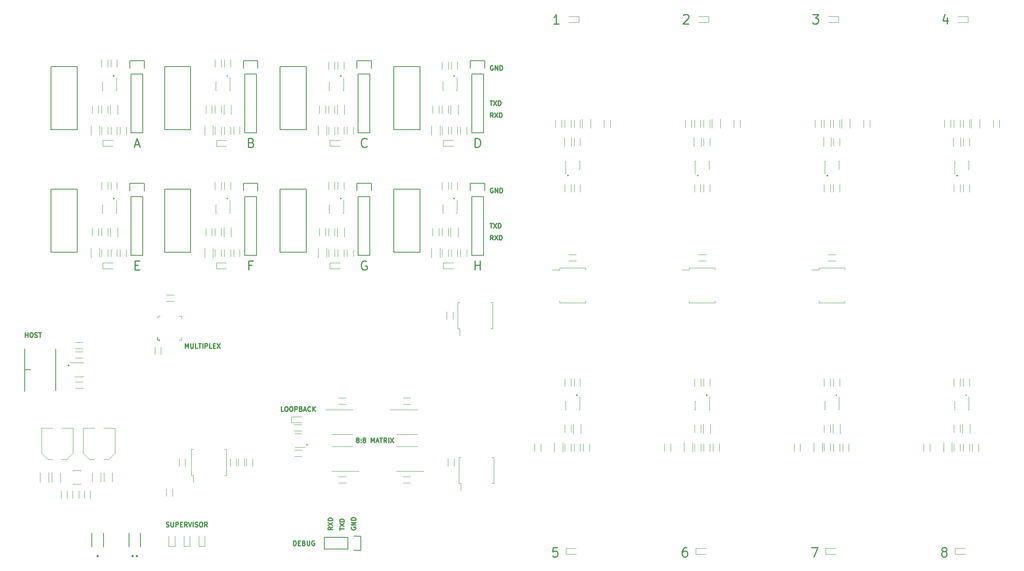
<source format=gbr>
G04 #@! TF.GenerationSoftware,KiCad,Pcbnew,5.1.2*
G04 #@! TF.CreationDate,2020-06-11T23:37:28+09:30*
G04 #@! TF.ProjectId,hardware,68617264-7761-4726-952e-6b696361645f,1.0.0*
G04 #@! TF.SameCoordinates,Original*
G04 #@! TF.FileFunction,Legend,Top*
G04 #@! TF.FilePolarity,Positive*
%FSLAX46Y46*%
G04 Gerber Fmt 4.6, Leading zero omitted, Abs format (unit mm)*
G04 Created by KiCad (PCBNEW 5.1.2) date 2020-06-11 23:37:28*
%MOMM*%
%LPD*%
G04 APERTURE LIST*
%ADD10C,0.250000*%
%ADD11C,0.300000*%
%ADD12C,0.120000*%
%ADD13C,0.150000*%
%ADD14C,0.200000*%
G04 APERTURE END LIST*
D10*
X113014285Y-123380952D02*
X112919047Y-123333333D01*
X112871428Y-123285714D01*
X112823809Y-123190476D01*
X112823809Y-123142857D01*
X112871428Y-123047619D01*
X112919047Y-123000000D01*
X113014285Y-122952380D01*
X113204761Y-122952380D01*
X113300000Y-123000000D01*
X113347619Y-123047619D01*
X113395238Y-123142857D01*
X113395238Y-123190476D01*
X113347619Y-123285714D01*
X113300000Y-123333333D01*
X113204761Y-123380952D01*
X113014285Y-123380952D01*
X112919047Y-123428571D01*
X112871428Y-123476190D01*
X112823809Y-123571428D01*
X112823809Y-123761904D01*
X112871428Y-123857142D01*
X112919047Y-123904761D01*
X113014285Y-123952380D01*
X113204761Y-123952380D01*
X113300000Y-123904761D01*
X113347619Y-123857142D01*
X113395238Y-123761904D01*
X113395238Y-123571428D01*
X113347619Y-123476190D01*
X113300000Y-123428571D01*
X113204761Y-123380952D01*
X113823809Y-123857142D02*
X113871428Y-123904761D01*
X113823809Y-123952380D01*
X113776190Y-123904761D01*
X113823809Y-123857142D01*
X113823809Y-123952380D01*
X113823809Y-123333333D02*
X113871428Y-123380952D01*
X113823809Y-123428571D01*
X113776190Y-123380952D01*
X113823809Y-123333333D01*
X113823809Y-123428571D01*
X114442857Y-123380952D02*
X114347619Y-123333333D01*
X114300000Y-123285714D01*
X114252380Y-123190476D01*
X114252380Y-123142857D01*
X114300000Y-123047619D01*
X114347619Y-123000000D01*
X114442857Y-122952380D01*
X114633333Y-122952380D01*
X114728571Y-123000000D01*
X114776190Y-123047619D01*
X114823809Y-123142857D01*
X114823809Y-123190476D01*
X114776190Y-123285714D01*
X114728571Y-123333333D01*
X114633333Y-123380952D01*
X114442857Y-123380952D01*
X114347619Y-123428571D01*
X114300000Y-123476190D01*
X114252380Y-123571428D01*
X114252380Y-123761904D01*
X114300000Y-123857142D01*
X114347619Y-123904761D01*
X114442857Y-123952380D01*
X114633333Y-123952380D01*
X114728571Y-123904761D01*
X114776190Y-123857142D01*
X114823809Y-123761904D01*
X114823809Y-123571428D01*
X114776190Y-123476190D01*
X114728571Y-123428571D01*
X114633333Y-123380952D01*
X116014285Y-123952380D02*
X116014285Y-122952380D01*
X116347619Y-123666666D01*
X116680952Y-122952380D01*
X116680952Y-123952380D01*
X117109523Y-123666666D02*
X117585714Y-123666666D01*
X117014285Y-123952380D02*
X117347619Y-122952380D01*
X117680952Y-123952380D01*
X117871428Y-122952380D02*
X118442857Y-122952380D01*
X118157142Y-123952380D02*
X118157142Y-122952380D01*
X119347619Y-123952380D02*
X119014285Y-123476190D01*
X118776190Y-123952380D02*
X118776190Y-122952380D01*
X119157142Y-122952380D01*
X119252380Y-123000000D01*
X119300000Y-123047619D01*
X119347619Y-123142857D01*
X119347619Y-123285714D01*
X119300000Y-123380952D01*
X119252380Y-123428571D01*
X119157142Y-123476190D01*
X118776190Y-123476190D01*
X119776190Y-123952380D02*
X119776190Y-122952380D01*
X120157142Y-122952380D02*
X120823809Y-123952380D01*
X120823809Y-122952380D02*
X120157142Y-123952380D01*
X75885714Y-103552380D02*
X75885714Y-102552380D01*
X76219047Y-103266666D01*
X76552380Y-102552380D01*
X76552380Y-103552380D01*
X77028571Y-102552380D02*
X77028571Y-103361904D01*
X77076190Y-103457142D01*
X77123809Y-103504761D01*
X77219047Y-103552380D01*
X77409523Y-103552380D01*
X77504761Y-103504761D01*
X77552380Y-103457142D01*
X77600000Y-103361904D01*
X77600000Y-102552380D01*
X78552380Y-103552380D02*
X78076190Y-103552380D01*
X78076190Y-102552380D01*
X78742857Y-102552380D02*
X79314285Y-102552380D01*
X79028571Y-103552380D02*
X79028571Y-102552380D01*
X79647619Y-103552380D02*
X79647619Y-102552380D01*
X80123809Y-103552380D02*
X80123809Y-102552380D01*
X80504761Y-102552380D01*
X80600000Y-102600000D01*
X80647619Y-102647619D01*
X80695238Y-102742857D01*
X80695238Y-102885714D01*
X80647619Y-102980952D01*
X80600000Y-103028571D01*
X80504761Y-103076190D01*
X80123809Y-103076190D01*
X81600000Y-103552380D02*
X81123809Y-103552380D01*
X81123809Y-102552380D01*
X81933333Y-103028571D02*
X82266666Y-103028571D01*
X82409523Y-103552380D02*
X81933333Y-103552380D01*
X81933333Y-102552380D01*
X82409523Y-102552380D01*
X82742857Y-102552380D02*
X83409523Y-103552380D01*
X83409523Y-102552380D02*
X82742857Y-103552380D01*
X142333333Y-53652380D02*
X142000000Y-53176190D01*
X141761904Y-53652380D02*
X141761904Y-52652380D01*
X142142857Y-52652380D01*
X142238095Y-52700000D01*
X142285714Y-52747619D01*
X142333333Y-52842857D01*
X142333333Y-52985714D01*
X142285714Y-53080952D01*
X142238095Y-53128571D01*
X142142857Y-53176190D01*
X141761904Y-53176190D01*
X142666666Y-52652380D02*
X143333333Y-53652380D01*
X143333333Y-52652380D02*
X142666666Y-53652380D01*
X143714285Y-53652380D02*
X143714285Y-52652380D01*
X143952380Y-52652380D01*
X144095238Y-52700000D01*
X144190476Y-52795238D01*
X144238095Y-52890476D01*
X144285714Y-53080952D01*
X144285714Y-53223809D01*
X144238095Y-53414285D01*
X144190476Y-53509523D01*
X144095238Y-53604761D01*
X143952380Y-53652380D01*
X143714285Y-53652380D01*
X142285714Y-42500000D02*
X142190476Y-42452380D01*
X142047619Y-42452380D01*
X141904761Y-42500000D01*
X141809523Y-42595238D01*
X141761904Y-42690476D01*
X141714285Y-42880952D01*
X141714285Y-43023809D01*
X141761904Y-43214285D01*
X141809523Y-43309523D01*
X141904761Y-43404761D01*
X142047619Y-43452380D01*
X142142857Y-43452380D01*
X142285714Y-43404761D01*
X142333333Y-43357142D01*
X142333333Y-43023809D01*
X142142857Y-43023809D01*
X142761904Y-43452380D02*
X142761904Y-42452380D01*
X143333333Y-43452380D01*
X143333333Y-42452380D01*
X143809523Y-43452380D02*
X143809523Y-42452380D01*
X144047619Y-42452380D01*
X144190476Y-42500000D01*
X144285714Y-42595238D01*
X144333333Y-42690476D01*
X144380952Y-42880952D01*
X144380952Y-43023809D01*
X144333333Y-43214285D01*
X144285714Y-43309523D01*
X144190476Y-43404761D01*
X144047619Y-43452380D01*
X143809523Y-43452380D01*
X141619048Y-50052380D02*
X142190476Y-50052380D01*
X141904762Y-51052380D02*
X141904762Y-50052380D01*
X142428572Y-50052380D02*
X143095238Y-51052380D01*
X143095238Y-50052380D02*
X142428572Y-51052380D01*
X143476191Y-51052380D02*
X143476191Y-50052380D01*
X143714286Y-50052380D01*
X143857143Y-50100000D01*
X143952381Y-50195238D01*
X144000000Y-50290476D01*
X144047619Y-50480952D01*
X144047619Y-50623809D01*
X144000000Y-50814285D01*
X143952381Y-50909523D01*
X143857143Y-51004761D01*
X143714286Y-51052380D01*
X143476191Y-51052380D01*
X141619048Y-76552380D02*
X142190476Y-76552380D01*
X141904762Y-77552380D02*
X141904762Y-76552380D01*
X142428572Y-76552380D02*
X143095238Y-77552380D01*
X143095238Y-76552380D02*
X142428572Y-77552380D01*
X143476191Y-77552380D02*
X143476191Y-76552380D01*
X143714286Y-76552380D01*
X143857143Y-76600000D01*
X143952381Y-76695238D01*
X144000000Y-76790476D01*
X144047619Y-76980952D01*
X144047619Y-77123809D01*
X144000000Y-77314285D01*
X143952381Y-77409523D01*
X143857143Y-77504761D01*
X143714286Y-77552380D01*
X143476191Y-77552380D01*
X142333333Y-80152380D02*
X142000000Y-79676190D01*
X141761904Y-80152380D02*
X141761904Y-79152380D01*
X142142857Y-79152380D01*
X142238095Y-79200000D01*
X142285714Y-79247619D01*
X142333333Y-79342857D01*
X142333333Y-79485714D01*
X142285714Y-79580952D01*
X142238095Y-79628571D01*
X142142857Y-79676190D01*
X141761904Y-79676190D01*
X142666666Y-79152380D02*
X143333333Y-80152380D01*
X143333333Y-79152380D02*
X142666666Y-80152380D01*
X143714285Y-80152380D02*
X143714285Y-79152380D01*
X143952380Y-79152380D01*
X144095238Y-79200000D01*
X144190476Y-79295238D01*
X144238095Y-79390476D01*
X144285714Y-79580952D01*
X144285714Y-79723809D01*
X144238095Y-79914285D01*
X144190476Y-80009523D01*
X144095238Y-80104761D01*
X143952380Y-80152380D01*
X143714285Y-80152380D01*
X142285714Y-69000000D02*
X142190476Y-68952380D01*
X142047619Y-68952380D01*
X141904761Y-69000000D01*
X141809523Y-69095238D01*
X141761904Y-69190476D01*
X141714285Y-69380952D01*
X141714285Y-69523809D01*
X141761904Y-69714285D01*
X141809523Y-69809523D01*
X141904761Y-69904761D01*
X142047619Y-69952380D01*
X142142857Y-69952380D01*
X142285714Y-69904761D01*
X142333333Y-69857142D01*
X142333333Y-69523809D01*
X142142857Y-69523809D01*
X142761904Y-69952380D02*
X142761904Y-68952380D01*
X143333333Y-69952380D01*
X143333333Y-68952380D01*
X143809523Y-69952380D02*
X143809523Y-68952380D01*
X144047619Y-68952380D01*
X144190476Y-69000000D01*
X144285714Y-69095238D01*
X144333333Y-69190476D01*
X144380952Y-69380952D01*
X144380952Y-69523809D01*
X144333333Y-69714285D01*
X144285714Y-69809523D01*
X144190476Y-69904761D01*
X144047619Y-69952380D01*
X143809523Y-69952380D01*
X107702380Y-142214285D02*
X107226190Y-142547619D01*
X107702380Y-142785714D02*
X106702380Y-142785714D01*
X106702380Y-142404761D01*
X106750000Y-142309523D01*
X106797619Y-142261904D01*
X106892857Y-142214285D01*
X107035714Y-142214285D01*
X107130952Y-142261904D01*
X107178571Y-142309523D01*
X107226190Y-142404761D01*
X107226190Y-142785714D01*
X106702380Y-141880952D02*
X107702380Y-141214285D01*
X106702380Y-141214285D02*
X107702380Y-141880952D01*
X107702380Y-140833333D02*
X106702380Y-140833333D01*
X106702380Y-140595238D01*
X106750000Y-140452380D01*
X106845238Y-140357142D01*
X106940476Y-140309523D01*
X107130952Y-140261904D01*
X107273809Y-140261904D01*
X107464285Y-140309523D01*
X107559523Y-140357142D01*
X107654761Y-140452380D01*
X107702380Y-140595238D01*
X107702380Y-140833333D01*
X109202380Y-142928570D02*
X109202380Y-142357142D01*
X110202380Y-142642856D02*
X109202380Y-142642856D01*
X109202380Y-142119046D02*
X110202380Y-141452380D01*
X109202380Y-141452380D02*
X110202380Y-142119046D01*
X110202380Y-141071427D02*
X109202380Y-141071427D01*
X109202380Y-140833332D01*
X109250000Y-140690475D01*
X109345238Y-140595237D01*
X109440476Y-140547618D01*
X109630952Y-140499999D01*
X109773809Y-140499999D01*
X109964285Y-140547618D01*
X110059523Y-140595237D01*
X110154761Y-140690475D01*
X110202380Y-140833332D01*
X110202380Y-141071427D01*
X111750000Y-142261904D02*
X111702380Y-142357142D01*
X111702380Y-142500000D01*
X111750000Y-142642857D01*
X111845238Y-142738095D01*
X111940476Y-142785714D01*
X112130952Y-142833333D01*
X112273809Y-142833333D01*
X112464285Y-142785714D01*
X112559523Y-142738095D01*
X112654761Y-142642857D01*
X112702380Y-142500000D01*
X112702380Y-142404761D01*
X112654761Y-142261904D01*
X112607142Y-142214285D01*
X112273809Y-142214285D01*
X112273809Y-142404761D01*
X112702380Y-141785714D02*
X111702380Y-141785714D01*
X112702380Y-141214285D01*
X111702380Y-141214285D01*
X112702380Y-140738095D02*
X111702380Y-140738095D01*
X111702380Y-140500000D01*
X111750000Y-140357142D01*
X111845238Y-140261904D01*
X111940476Y-140214285D01*
X112130952Y-140166666D01*
X112273809Y-140166666D01*
X112464285Y-140214285D01*
X112559523Y-140261904D01*
X112654761Y-140357142D01*
X112702380Y-140500000D01*
X112702380Y-140738095D01*
D11*
X64523809Y-148464285D02*
X64619047Y-148559523D01*
X64523809Y-148654761D01*
X64428571Y-148559523D01*
X64523809Y-148464285D01*
X64523809Y-148654761D01*
X65476190Y-148464285D02*
X65571428Y-148559523D01*
X65476190Y-148654761D01*
X65380952Y-148559523D01*
X65476190Y-148464285D01*
X65476190Y-148654761D01*
X57000000Y-148464285D02*
X57095238Y-148559523D01*
X57000000Y-148654761D01*
X56904761Y-148559523D01*
X57000000Y-148464285D01*
X57000000Y-148654761D01*
D10*
X71771428Y-142104761D02*
X71914285Y-142152380D01*
X72152380Y-142152380D01*
X72247619Y-142104761D01*
X72295238Y-142057142D01*
X72342857Y-141961904D01*
X72342857Y-141866666D01*
X72295238Y-141771428D01*
X72247619Y-141723809D01*
X72152380Y-141676190D01*
X71961904Y-141628571D01*
X71866666Y-141580952D01*
X71819047Y-141533333D01*
X71771428Y-141438095D01*
X71771428Y-141342857D01*
X71819047Y-141247619D01*
X71866666Y-141200000D01*
X71961904Y-141152380D01*
X72200000Y-141152380D01*
X72342857Y-141200000D01*
X72771428Y-141152380D02*
X72771428Y-141961904D01*
X72819047Y-142057142D01*
X72866666Y-142104761D01*
X72961904Y-142152380D01*
X73152380Y-142152380D01*
X73247619Y-142104761D01*
X73295238Y-142057142D01*
X73342857Y-141961904D01*
X73342857Y-141152380D01*
X73819047Y-142152380D02*
X73819047Y-141152380D01*
X74200000Y-141152380D01*
X74295238Y-141200000D01*
X74342857Y-141247619D01*
X74390476Y-141342857D01*
X74390476Y-141485714D01*
X74342857Y-141580952D01*
X74295238Y-141628571D01*
X74200000Y-141676190D01*
X73819047Y-141676190D01*
X74819047Y-141628571D02*
X75152380Y-141628571D01*
X75295238Y-142152380D02*
X74819047Y-142152380D01*
X74819047Y-141152380D01*
X75295238Y-141152380D01*
X76295238Y-142152380D02*
X75961904Y-141676190D01*
X75723809Y-142152380D02*
X75723809Y-141152380D01*
X76104761Y-141152380D01*
X76200000Y-141200000D01*
X76247619Y-141247619D01*
X76295238Y-141342857D01*
X76295238Y-141485714D01*
X76247619Y-141580952D01*
X76200000Y-141628571D01*
X76104761Y-141676190D01*
X75723809Y-141676190D01*
X76580952Y-141152380D02*
X76914285Y-142152380D01*
X77247619Y-141152380D01*
X77580952Y-142152380D02*
X77580952Y-141152380D01*
X78009523Y-142104761D02*
X78152380Y-142152380D01*
X78390476Y-142152380D01*
X78485714Y-142104761D01*
X78533333Y-142057142D01*
X78580952Y-141961904D01*
X78580952Y-141866666D01*
X78533333Y-141771428D01*
X78485714Y-141723809D01*
X78390476Y-141676190D01*
X78200000Y-141628571D01*
X78104761Y-141580952D01*
X78057142Y-141533333D01*
X78009523Y-141438095D01*
X78009523Y-141342857D01*
X78057142Y-141247619D01*
X78104761Y-141200000D01*
X78200000Y-141152380D01*
X78438095Y-141152380D01*
X78580952Y-141200000D01*
X79200000Y-141152380D02*
X79390476Y-141152380D01*
X79485714Y-141200000D01*
X79580952Y-141295238D01*
X79628571Y-141485714D01*
X79628571Y-141819047D01*
X79580952Y-142009523D01*
X79485714Y-142104761D01*
X79390476Y-142152380D01*
X79200000Y-142152380D01*
X79104761Y-142104761D01*
X79009523Y-142009523D01*
X78961904Y-141819047D01*
X78961904Y-141485714D01*
X79009523Y-141295238D01*
X79104761Y-141200000D01*
X79200000Y-141152380D01*
X80628571Y-142152380D02*
X80295238Y-141676190D01*
X80057142Y-142152380D02*
X80057142Y-141152380D01*
X80438095Y-141152380D01*
X80533333Y-141200000D01*
X80580952Y-141247619D01*
X80628571Y-141342857D01*
X80628571Y-141485714D01*
X80580952Y-141580952D01*
X80533333Y-141628571D01*
X80438095Y-141676190D01*
X80057142Y-141676190D01*
X65023809Y-59583333D02*
X65976190Y-59583333D01*
X64833333Y-60154761D02*
X65500000Y-58154761D01*
X66166666Y-60154761D01*
X90142857Y-59107142D02*
X90428571Y-59202380D01*
X90523809Y-59297619D01*
X90619047Y-59488095D01*
X90619047Y-59773809D01*
X90523809Y-59964285D01*
X90428571Y-60059523D01*
X90238095Y-60154761D01*
X89476190Y-60154761D01*
X89476190Y-58154761D01*
X90142857Y-58154761D01*
X90333333Y-58250000D01*
X90428571Y-58345238D01*
X90523809Y-58535714D01*
X90523809Y-58726190D01*
X90428571Y-58916666D01*
X90333333Y-59011904D01*
X90142857Y-59107142D01*
X89476190Y-59107142D01*
X115119047Y-59964285D02*
X115023809Y-60059523D01*
X114738095Y-60154761D01*
X114547619Y-60154761D01*
X114261904Y-60059523D01*
X114071428Y-59869047D01*
X113976190Y-59678571D01*
X113880952Y-59297619D01*
X113880952Y-59011904D01*
X113976190Y-58630952D01*
X114071428Y-58440476D01*
X114261904Y-58250000D01*
X114547619Y-58154761D01*
X114738095Y-58154761D01*
X115023809Y-58250000D01*
X115119047Y-58345238D01*
X138476190Y-60154761D02*
X138476190Y-58154761D01*
X138952380Y-58154761D01*
X139238095Y-58250000D01*
X139428571Y-58440476D01*
X139523809Y-58630952D01*
X139619047Y-59011904D01*
X139619047Y-59297619D01*
X139523809Y-59678571D01*
X139428571Y-59869047D01*
X139238095Y-60059523D01*
X138952380Y-60154761D01*
X138476190Y-60154761D01*
X138428571Y-86654761D02*
X138428571Y-84654761D01*
X138428571Y-85607142D02*
X139571428Y-85607142D01*
X139571428Y-86654761D02*
X139571428Y-84654761D01*
X115023809Y-84750000D02*
X114833333Y-84654761D01*
X114547619Y-84654761D01*
X114261904Y-84750000D01*
X114071428Y-84940476D01*
X113976190Y-85130952D01*
X113880952Y-85511904D01*
X113880952Y-85797619D01*
X113976190Y-86178571D01*
X114071428Y-86369047D01*
X114261904Y-86559523D01*
X114547619Y-86654761D01*
X114738095Y-86654761D01*
X115023809Y-86559523D01*
X115119047Y-86464285D01*
X115119047Y-85797619D01*
X114738095Y-85797619D01*
X90285714Y-85607142D02*
X89619047Y-85607142D01*
X89619047Y-86654761D02*
X89619047Y-84654761D01*
X90571428Y-84654761D01*
X65071428Y-85607142D02*
X65738095Y-85607142D01*
X66023809Y-86654761D02*
X65071428Y-86654761D01*
X65071428Y-84654761D01*
X66023809Y-84654761D01*
X156571428Y-33424761D02*
X155428571Y-33424761D01*
X156000000Y-33424761D02*
X156000000Y-31424761D01*
X155809523Y-31710476D01*
X155619047Y-31900952D01*
X155428571Y-31996190D01*
X183428571Y-31615238D02*
X183523809Y-31520000D01*
X183714285Y-31424761D01*
X184190476Y-31424761D01*
X184380952Y-31520000D01*
X184476190Y-31615238D01*
X184571428Y-31805714D01*
X184571428Y-31996190D01*
X184476190Y-32281904D01*
X183333333Y-33424761D01*
X184571428Y-33424761D01*
X211333333Y-31424761D02*
X212571428Y-31424761D01*
X211904761Y-32186666D01*
X212190476Y-32186666D01*
X212380952Y-32281904D01*
X212476190Y-32377142D01*
X212571428Y-32567619D01*
X212571428Y-33043809D01*
X212476190Y-33234285D01*
X212380952Y-33329523D01*
X212190476Y-33424761D01*
X211619047Y-33424761D01*
X211428571Y-33329523D01*
X211333333Y-33234285D01*
X240380952Y-32091428D02*
X240380952Y-33424761D01*
X239904761Y-31329523D02*
X239428571Y-32758095D01*
X240666666Y-32758095D01*
X239559523Y-147531904D02*
X239369047Y-147436666D01*
X239273809Y-147341428D01*
X239178571Y-147150952D01*
X239178571Y-147055714D01*
X239273809Y-146865238D01*
X239369047Y-146770000D01*
X239559523Y-146674761D01*
X239940476Y-146674761D01*
X240130952Y-146770000D01*
X240226190Y-146865238D01*
X240321428Y-147055714D01*
X240321428Y-147150952D01*
X240226190Y-147341428D01*
X240130952Y-147436666D01*
X239940476Y-147531904D01*
X239559523Y-147531904D01*
X239369047Y-147627142D01*
X239273809Y-147722380D01*
X239178571Y-147912857D01*
X239178571Y-148293809D01*
X239273809Y-148484285D01*
X239369047Y-148579523D01*
X239559523Y-148674761D01*
X239940476Y-148674761D01*
X240130952Y-148579523D01*
X240226190Y-148484285D01*
X240321428Y-148293809D01*
X240321428Y-147912857D01*
X240226190Y-147722380D01*
X240130952Y-147627142D01*
X239940476Y-147531904D01*
X211083333Y-146674761D02*
X212416666Y-146674761D01*
X211559523Y-148674761D01*
X184130952Y-146674761D02*
X183750000Y-146674761D01*
X183559523Y-146770000D01*
X183464285Y-146865238D01*
X183273809Y-147150952D01*
X183178571Y-147531904D01*
X183178571Y-148293809D01*
X183273809Y-148484285D01*
X183369047Y-148579523D01*
X183559523Y-148674761D01*
X183940476Y-148674761D01*
X184130952Y-148579523D01*
X184226190Y-148484285D01*
X184321428Y-148293809D01*
X184321428Y-147817619D01*
X184226190Y-147627142D01*
X184130952Y-147531904D01*
X183940476Y-147436666D01*
X183559523Y-147436666D01*
X183369047Y-147531904D01*
X183273809Y-147627142D01*
X183178571Y-147817619D01*
X156226190Y-146674761D02*
X155273809Y-146674761D01*
X155178571Y-147627142D01*
X155273809Y-147531904D01*
X155464285Y-147436666D01*
X155940476Y-147436666D01*
X156130952Y-147531904D01*
X156226190Y-147627142D01*
X156321428Y-147817619D01*
X156321428Y-148293809D01*
X156226190Y-148484285D01*
X156130952Y-148579523D01*
X155940476Y-148674761D01*
X155464285Y-148674761D01*
X155273809Y-148579523D01*
X155178571Y-148484285D01*
X99261904Y-146202380D02*
X99261904Y-145202380D01*
X99500000Y-145202380D01*
X99642857Y-145250000D01*
X99738095Y-145345238D01*
X99785714Y-145440476D01*
X99833333Y-145630952D01*
X99833333Y-145773809D01*
X99785714Y-145964285D01*
X99738095Y-146059523D01*
X99642857Y-146154761D01*
X99500000Y-146202380D01*
X99261904Y-146202380D01*
X100261904Y-145678571D02*
X100595238Y-145678571D01*
X100738095Y-146202380D02*
X100261904Y-146202380D01*
X100261904Y-145202380D01*
X100738095Y-145202380D01*
X101500000Y-145678571D02*
X101642857Y-145726190D01*
X101690476Y-145773809D01*
X101738095Y-145869047D01*
X101738095Y-146011904D01*
X101690476Y-146107142D01*
X101642857Y-146154761D01*
X101547619Y-146202380D01*
X101166666Y-146202380D01*
X101166666Y-145202380D01*
X101500000Y-145202380D01*
X101595238Y-145250000D01*
X101642857Y-145297619D01*
X101690476Y-145392857D01*
X101690476Y-145488095D01*
X101642857Y-145583333D01*
X101595238Y-145630952D01*
X101500000Y-145678571D01*
X101166666Y-145678571D01*
X102166666Y-145202380D02*
X102166666Y-146011904D01*
X102214285Y-146107142D01*
X102261904Y-146154761D01*
X102357142Y-146202380D01*
X102547619Y-146202380D01*
X102642857Y-146154761D01*
X102690476Y-146107142D01*
X102738095Y-146011904D01*
X102738095Y-145202380D01*
X103738095Y-145250000D02*
X103642857Y-145202380D01*
X103500000Y-145202380D01*
X103357142Y-145250000D01*
X103261904Y-145345238D01*
X103214285Y-145440476D01*
X103166666Y-145630952D01*
X103166666Y-145773809D01*
X103214285Y-145964285D01*
X103261904Y-146059523D01*
X103357142Y-146154761D01*
X103500000Y-146202380D01*
X103595238Y-146202380D01*
X103738095Y-146154761D01*
X103785714Y-146107142D01*
X103785714Y-145773809D01*
X103595238Y-145773809D01*
X41333333Y-101202380D02*
X41333333Y-100202380D01*
X41333333Y-100678571D02*
X41904761Y-100678571D01*
X41904761Y-101202380D02*
X41904761Y-100202380D01*
X42571428Y-100202380D02*
X42761904Y-100202380D01*
X42857142Y-100250000D01*
X42952380Y-100345238D01*
X43000000Y-100535714D01*
X43000000Y-100869047D01*
X42952380Y-101059523D01*
X42857142Y-101154761D01*
X42761904Y-101202380D01*
X42571428Y-101202380D01*
X42476190Y-101154761D01*
X42380952Y-101059523D01*
X42333333Y-100869047D01*
X42333333Y-100535714D01*
X42380952Y-100345238D01*
X42476190Y-100250000D01*
X42571428Y-100202380D01*
X43380952Y-101154761D02*
X43523809Y-101202380D01*
X43761904Y-101202380D01*
X43857142Y-101154761D01*
X43904761Y-101107142D01*
X43952380Y-101011904D01*
X43952380Y-100916666D01*
X43904761Y-100821428D01*
X43857142Y-100773809D01*
X43761904Y-100726190D01*
X43571428Y-100678571D01*
X43476190Y-100630952D01*
X43428571Y-100583333D01*
X43380952Y-100488095D01*
X43380952Y-100392857D01*
X43428571Y-100297619D01*
X43476190Y-100250000D01*
X43571428Y-100202380D01*
X43809523Y-100202380D01*
X43952380Y-100250000D01*
X44238095Y-100202380D02*
X44809523Y-100202380D01*
X44523809Y-101202380D02*
X44523809Y-100202380D01*
X97083333Y-117202380D02*
X96607142Y-117202380D01*
X96607142Y-116202380D01*
X97607142Y-116202380D02*
X97797619Y-116202380D01*
X97892857Y-116250000D01*
X97988095Y-116345238D01*
X98035714Y-116535714D01*
X98035714Y-116869047D01*
X97988095Y-117059523D01*
X97892857Y-117154761D01*
X97797619Y-117202380D01*
X97607142Y-117202380D01*
X97511904Y-117154761D01*
X97416666Y-117059523D01*
X97369047Y-116869047D01*
X97369047Y-116535714D01*
X97416666Y-116345238D01*
X97511904Y-116250000D01*
X97607142Y-116202380D01*
X98654761Y-116202380D02*
X98845238Y-116202380D01*
X98940476Y-116250000D01*
X99035714Y-116345238D01*
X99083333Y-116535714D01*
X99083333Y-116869047D01*
X99035714Y-117059523D01*
X98940476Y-117154761D01*
X98845238Y-117202380D01*
X98654761Y-117202380D01*
X98559523Y-117154761D01*
X98464285Y-117059523D01*
X98416666Y-116869047D01*
X98416666Y-116535714D01*
X98464285Y-116345238D01*
X98559523Y-116250000D01*
X98654761Y-116202380D01*
X99511904Y-117202380D02*
X99511904Y-116202380D01*
X99892857Y-116202380D01*
X99988095Y-116250000D01*
X100035714Y-116297619D01*
X100083333Y-116392857D01*
X100083333Y-116535714D01*
X100035714Y-116630952D01*
X99988095Y-116678571D01*
X99892857Y-116726190D01*
X99511904Y-116726190D01*
X100845238Y-116678571D02*
X100988095Y-116726190D01*
X101035714Y-116773809D01*
X101083333Y-116869047D01*
X101083333Y-117011904D01*
X101035714Y-117107142D01*
X100988095Y-117154761D01*
X100892857Y-117202380D01*
X100511904Y-117202380D01*
X100511904Y-116202380D01*
X100845238Y-116202380D01*
X100940476Y-116250000D01*
X100988095Y-116297619D01*
X101035714Y-116392857D01*
X101035714Y-116488095D01*
X100988095Y-116583333D01*
X100940476Y-116630952D01*
X100845238Y-116678571D01*
X100511904Y-116678571D01*
X101464285Y-116916666D02*
X101940476Y-116916666D01*
X101369047Y-117202380D02*
X101702380Y-116202380D01*
X102035714Y-117202380D01*
X102940476Y-117107142D02*
X102892857Y-117154761D01*
X102750000Y-117202380D01*
X102654761Y-117202380D01*
X102511904Y-117154761D01*
X102416666Y-117059523D01*
X102369047Y-116964285D01*
X102321428Y-116773809D01*
X102321428Y-116630952D01*
X102369047Y-116440476D01*
X102416666Y-116345238D01*
X102511904Y-116250000D01*
X102654761Y-116202380D01*
X102750000Y-116202380D01*
X102892857Y-116250000D01*
X102940476Y-116297619D01*
X103369047Y-117202380D02*
X103369047Y-116202380D01*
X103940476Y-117202380D02*
X103511904Y-116630952D01*
X103940476Y-116202380D02*
X103369047Y-116773809D01*
D12*
X59330000Y-127650000D02*
X58260000Y-127650000D01*
X60690000Y-126290000D02*
X59330000Y-127650000D01*
X60690000Y-120850000D02*
X60690000Y-126290000D01*
X58260000Y-120850000D02*
X60690000Y-120850000D01*
X55250000Y-127650000D02*
X56320000Y-127650000D01*
X53890000Y-126290000D02*
X55250000Y-127650000D01*
X53890000Y-120850000D02*
X53890000Y-126290000D01*
X56320000Y-120850000D02*
X53890000Y-120850000D01*
X50290000Y-127650000D02*
X49220000Y-127650000D01*
X51650000Y-126290000D02*
X50290000Y-127650000D01*
X51650000Y-120850000D02*
X51650000Y-126290000D01*
X49220000Y-120850000D02*
X51650000Y-120850000D01*
X46210000Y-127650000D02*
X47280000Y-127650000D01*
X44850000Y-126290000D02*
X46210000Y-127650000D01*
X44850000Y-120850000D02*
X44850000Y-126290000D01*
X47280000Y-120850000D02*
X44850000Y-120850000D01*
D13*
X66250000Y-146500000D02*
X66250000Y-143500000D01*
X63750000Y-146500000D02*
X63750000Y-143500000D01*
X58250000Y-146500000D02*
X58250000Y-143500000D01*
X55750000Y-146500000D02*
X55750000Y-143500000D01*
D12*
X99450000Y-125585000D02*
X101050000Y-125585000D01*
X99450000Y-126915000D02*
X101050000Y-126915000D01*
X100950000Y-122000000D02*
X99550000Y-122000000D01*
X101805000Y-125000000D02*
X99550000Y-125000000D01*
D14*
X102285000Y-124450000D02*
G75*
G03X102285000Y-124450000I-100000J0D01*
G01*
D12*
X99450000Y-120080000D02*
X101050000Y-120080000D01*
X99450000Y-121420000D02*
X101050000Y-121420000D01*
X98855000Y-119645000D02*
X101050000Y-119645000D01*
X98855000Y-118355000D02*
X98855000Y-119645000D01*
X101050000Y-118355000D02*
X98855000Y-118355000D01*
X71835000Y-135550000D02*
X71835000Y-133950000D01*
X73165000Y-135550000D02*
X73165000Y-133950000D01*
X88670000Y-127450000D02*
X88670000Y-129050000D01*
X87330000Y-127450000D02*
X87330000Y-129050000D01*
X73645000Y-146395000D02*
X73645000Y-144200000D01*
X72355000Y-146395000D02*
X73645000Y-146395000D01*
X72355000Y-144200000D02*
X72355000Y-146395000D01*
X90420000Y-127450000D02*
X90420000Y-129050000D01*
X89080000Y-127450000D02*
X89080000Y-129050000D01*
X76895000Y-146395000D02*
X76895000Y-144200000D01*
X75605000Y-146395000D02*
X76895000Y-146395000D01*
X75605000Y-144200000D02*
X75605000Y-146395000D01*
X80145000Y-146395000D02*
X80145000Y-144200000D01*
X78855000Y-146395000D02*
X80145000Y-146395000D01*
X78855000Y-144200000D02*
X78855000Y-146395000D01*
X86920000Y-127450000D02*
X86920000Y-129050000D01*
X85580000Y-127450000D02*
X85580000Y-129050000D01*
X53350000Y-129970000D02*
X53350000Y-130120000D01*
X51650000Y-129970000D02*
X53350000Y-129970000D01*
X51650000Y-130120000D02*
X51650000Y-129970000D01*
X53350000Y-132990000D02*
X53350000Y-132840000D01*
X51650000Y-132990000D02*
X53350000Y-132990000D01*
X51650000Y-132840000D02*
X51650000Y-132990000D01*
X55835000Y-132470000D02*
X55835000Y-130470000D01*
X57665000Y-132470000D02*
X57665000Y-130470000D01*
X58335000Y-132470000D02*
X58335000Y-130470000D01*
X60165000Y-132470000D02*
X60165000Y-130470000D01*
X44585000Y-132500000D02*
X44585000Y-130500000D01*
X46415000Y-132500000D02*
X46415000Y-130500000D01*
X47085000Y-132500000D02*
X47085000Y-130500000D01*
X48915000Y-132500000D02*
X48915000Y-130500000D01*
X75915000Y-127450000D02*
X75915000Y-129050000D01*
X74585000Y-127450000D02*
X74585000Y-129050000D01*
X77630000Y-131055000D02*
X77630000Y-132650000D01*
X77225000Y-125455000D02*
X77630000Y-125455000D01*
X77225000Y-131055000D02*
X77225000Y-125455000D01*
X77630000Y-131055000D02*
X77225000Y-131055000D01*
X84725000Y-125455000D02*
X84320000Y-125455000D01*
X84725000Y-131055000D02*
X84725000Y-125455000D01*
X84320000Y-131055000D02*
X84725000Y-131055000D01*
D13*
X120900000Y-82800000D02*
X120900000Y-69200000D01*
X126570000Y-82800000D02*
X120900000Y-82800000D01*
X126570000Y-82800000D02*
X126570000Y-69200000D01*
X126570000Y-69200000D02*
X120900000Y-69200000D01*
D12*
X132670000Y-41700000D02*
X132670000Y-43300000D01*
X131330000Y-41700000D02*
X131330000Y-43300000D01*
X133335000Y-83800000D02*
X133335000Y-82200000D01*
X134665000Y-83800000D02*
X134665000Y-82200000D01*
X134530000Y-47880000D02*
X134410000Y-47880000D01*
X134540000Y-45100000D02*
X134540000Y-47880000D01*
X131470000Y-47880000D02*
X131590000Y-47880000D01*
X131470000Y-46120000D02*
X131470000Y-47880000D01*
X131590000Y-46120000D02*
X131470000Y-46120000D01*
D14*
X134076920Y-44730000D02*
G75*
G03X134076920Y-44730000I-106920J0D01*
G01*
D12*
X108835000Y-57300000D02*
X108835000Y-55700000D01*
X110165000Y-57300000D02*
X110165000Y-55700000D01*
X131330000Y-57300000D02*
X131330000Y-55700000D01*
X132670000Y-57300000D02*
X132670000Y-55700000D01*
X107105000Y-59895000D02*
X109300000Y-59895000D01*
X107105000Y-58605000D02*
X107105000Y-59895000D01*
X109300000Y-58605000D02*
X107105000Y-58605000D01*
X131605000Y-59895000D02*
X133800000Y-59895000D01*
X131605000Y-58605000D02*
X131605000Y-59895000D01*
X133800000Y-58605000D02*
X131605000Y-58605000D01*
X135330000Y-83800000D02*
X135330000Y-82200000D01*
X136670000Y-83800000D02*
X136670000Y-82200000D01*
X131330000Y-79300000D02*
X131330000Y-77700000D01*
X132670000Y-79300000D02*
X132670000Y-77700000D01*
X110030000Y-47880000D02*
X109910000Y-47880000D01*
X110040000Y-45100000D02*
X110040000Y-47880000D01*
X106970000Y-47880000D02*
X107090000Y-47880000D01*
X106970000Y-46120000D02*
X106970000Y-47880000D01*
X107090000Y-46120000D02*
X106970000Y-46120000D01*
D14*
X109576920Y-44730000D02*
G75*
G03X109576920Y-44730000I-106920J0D01*
G01*
D12*
X130665000Y-51200000D02*
X130665000Y-52800000D01*
X129335000Y-51200000D02*
X129335000Y-52800000D01*
X133335000Y-57300000D02*
X133335000Y-55700000D01*
X134665000Y-57300000D02*
X134665000Y-55700000D01*
X134780000Y-77500000D02*
X134780000Y-79500000D01*
X133220000Y-77500000D02*
X133220000Y-79500000D01*
X108835000Y-43300000D02*
X108835000Y-41700000D01*
X110165000Y-43300000D02*
X110165000Y-41700000D01*
X129085000Y-57500000D02*
X129085000Y-55500000D01*
X130915000Y-57500000D02*
X130915000Y-55500000D01*
X133335000Y-43300000D02*
X133335000Y-41700000D01*
X134665000Y-43300000D02*
X134665000Y-41700000D01*
X107105000Y-86395000D02*
X109300000Y-86395000D01*
X107105000Y-85105000D02*
X107105000Y-86395000D01*
X109300000Y-85105000D02*
X107105000Y-85105000D01*
X131605000Y-86395000D02*
X133800000Y-86395000D01*
X131605000Y-85105000D02*
X131605000Y-86395000D01*
X133800000Y-85105000D02*
X131605000Y-85105000D01*
X135330000Y-57300000D02*
X135330000Y-55700000D01*
X136670000Y-57300000D02*
X136670000Y-55700000D01*
X131330000Y-52800000D02*
X131330000Y-51200000D01*
X132670000Y-52800000D02*
X132670000Y-51200000D01*
X110830000Y-83800000D02*
X110830000Y-82200000D01*
X112170000Y-83800000D02*
X112170000Y-82200000D01*
X106830000Y-79300000D02*
X106830000Y-77700000D01*
X108170000Y-79300000D02*
X108170000Y-77700000D01*
X108835000Y-83800000D02*
X108835000Y-82200000D01*
X110165000Y-83800000D02*
X110165000Y-82200000D01*
X130665000Y-77700000D02*
X130665000Y-79300000D01*
X129335000Y-77700000D02*
X129335000Y-79300000D01*
X106165000Y-77700000D02*
X106165000Y-79300000D01*
X104835000Y-77700000D02*
X104835000Y-79300000D01*
X110030000Y-74380000D02*
X109910000Y-74380000D01*
X110040000Y-71600000D02*
X110040000Y-74380000D01*
X106970000Y-74380000D02*
X107090000Y-74380000D01*
X106970000Y-72620000D02*
X106970000Y-74380000D01*
X107090000Y-72620000D02*
X106970000Y-72620000D01*
D14*
X109576920Y-71230000D02*
G75*
G03X109576920Y-71230000I-106920J0D01*
G01*
D12*
X134530000Y-74380000D02*
X134410000Y-74380000D01*
X134540000Y-71600000D02*
X134540000Y-74380000D01*
X131470000Y-74380000D02*
X131590000Y-74380000D01*
X131470000Y-72620000D02*
X131470000Y-74380000D01*
X131590000Y-72620000D02*
X131470000Y-72620000D01*
D14*
X134076920Y-71230000D02*
G75*
G03X134076920Y-71230000I-106920J0D01*
G01*
D12*
X108170000Y-67700000D02*
X108170000Y-69300000D01*
X106830000Y-67700000D02*
X106830000Y-69300000D01*
X104585000Y-57500000D02*
X104585000Y-55500000D01*
X106415000Y-57500000D02*
X106415000Y-55500000D01*
D13*
X96400000Y-56300000D02*
X96400000Y-42700000D01*
X102070000Y-56300000D02*
X96400000Y-56300000D01*
X102070000Y-56300000D02*
X102070000Y-42700000D01*
X102070000Y-42700000D02*
X96400000Y-42700000D01*
D12*
X106830000Y-83800000D02*
X106830000Y-82200000D01*
X108170000Y-83800000D02*
X108170000Y-82200000D01*
X110830000Y-57300000D02*
X110830000Y-55700000D01*
X112170000Y-57300000D02*
X112170000Y-55700000D01*
X106830000Y-52800000D02*
X106830000Y-51200000D01*
X108170000Y-52800000D02*
X108170000Y-51200000D01*
X132670000Y-67700000D02*
X132670000Y-69300000D01*
X131330000Y-67700000D02*
X131330000Y-69300000D01*
X106165000Y-51200000D02*
X106165000Y-52800000D01*
X104835000Y-51200000D02*
X104835000Y-52800000D01*
X104585000Y-84000000D02*
X104585000Y-82000000D01*
X106415000Y-84000000D02*
X106415000Y-82000000D01*
X108835000Y-69300000D02*
X108835000Y-67700000D01*
X110165000Y-69300000D02*
X110165000Y-67700000D01*
X129085000Y-84000000D02*
X129085000Y-82000000D01*
X130915000Y-84000000D02*
X130915000Y-82000000D01*
X133335000Y-69300000D02*
X133335000Y-67700000D01*
X134665000Y-69300000D02*
X134665000Y-67700000D01*
D13*
X120900000Y-56300000D02*
X120900000Y-42700000D01*
X126570000Y-56300000D02*
X120900000Y-56300000D01*
X126570000Y-56300000D02*
X126570000Y-42700000D01*
X126570000Y-42700000D02*
X120900000Y-42700000D01*
X96400000Y-82800000D02*
X96400000Y-69200000D01*
X102070000Y-82800000D02*
X96400000Y-82800000D01*
X102070000Y-82800000D02*
X102070000Y-69200000D01*
X102070000Y-69200000D02*
X96400000Y-69200000D01*
D12*
X106830000Y-57300000D02*
X106830000Y-55700000D01*
X108170000Y-57300000D02*
X108170000Y-55700000D01*
X131330000Y-83800000D02*
X131330000Y-82200000D01*
X132670000Y-83800000D02*
X132670000Y-82200000D01*
X108170000Y-41700000D02*
X108170000Y-43300000D01*
X106830000Y-41700000D02*
X106830000Y-43300000D01*
D13*
X112950000Y-41450000D02*
X116050000Y-41450000D01*
X112950000Y-43000000D02*
X112950000Y-41450000D01*
X115770000Y-44270000D02*
X113230000Y-44270000D01*
X116050000Y-41450000D02*
X116050000Y-43000000D01*
X113230000Y-56970000D02*
X113230000Y-44270000D01*
X115770000Y-56970000D02*
X113230000Y-56970000D01*
X115770000Y-44270000D02*
X115770000Y-56970000D01*
D12*
X134780000Y-51000000D02*
X134780000Y-53000000D01*
X133220000Y-51000000D02*
X133220000Y-53000000D01*
D13*
X137450000Y-41450000D02*
X140550000Y-41450000D01*
X137450000Y-43000000D02*
X137450000Y-41450000D01*
X140270000Y-44270000D02*
X137730000Y-44270000D01*
X140550000Y-41450000D02*
X140550000Y-43000000D01*
X137730000Y-56970000D02*
X137730000Y-44270000D01*
X140270000Y-56970000D02*
X137730000Y-56970000D01*
X140270000Y-44270000D02*
X140270000Y-56970000D01*
X137450000Y-67950000D02*
X140550000Y-67950000D01*
X137450000Y-69500000D02*
X137450000Y-67950000D01*
X140270000Y-70770000D02*
X137730000Y-70770000D01*
X140550000Y-67950000D02*
X140550000Y-69500000D01*
X137730000Y-83470000D02*
X137730000Y-70770000D01*
X140270000Y-83470000D02*
X137730000Y-83470000D01*
X140270000Y-70770000D02*
X140270000Y-83470000D01*
X112950000Y-67950000D02*
X116050000Y-67950000D01*
X112950000Y-69500000D02*
X112950000Y-67950000D01*
X115770000Y-70770000D02*
X113230000Y-70770000D01*
X116050000Y-67950000D02*
X116050000Y-69500000D01*
X113230000Y-83470000D02*
X113230000Y-70770000D01*
X115770000Y-83470000D02*
X113230000Y-83470000D01*
X115770000Y-70770000D02*
X115770000Y-83470000D01*
D12*
X110280000Y-77500000D02*
X110280000Y-79500000D01*
X108720000Y-77500000D02*
X108720000Y-79500000D01*
X110280000Y-51000000D02*
X110280000Y-53000000D01*
X108720000Y-51000000D02*
X108720000Y-53000000D01*
X52200000Y-110835000D02*
X53800000Y-110835000D01*
X52200000Y-112165000D02*
X53800000Y-112165000D01*
D13*
X52600000Y-42700000D02*
X52600000Y-56300000D01*
X46930000Y-42700000D02*
X52600000Y-42700000D01*
X46930000Y-42700000D02*
X46930000Y-56300000D01*
X46930000Y-56300000D02*
X52600000Y-56300000D01*
X77100000Y-42700000D02*
X77100000Y-56300000D01*
X71430000Y-42700000D02*
X77100000Y-42700000D01*
X71430000Y-42700000D02*
X71430000Y-56300000D01*
X71430000Y-56300000D02*
X77100000Y-56300000D01*
X52600000Y-69200000D02*
X52600000Y-82800000D01*
X46930000Y-69200000D02*
X52600000Y-69200000D01*
X46930000Y-69200000D02*
X46930000Y-82800000D01*
X46930000Y-82800000D02*
X52600000Y-82800000D01*
X77100000Y-69200000D02*
X77100000Y-82800000D01*
X71430000Y-69200000D02*
X77100000Y-69200000D01*
X71430000Y-69200000D02*
X71430000Y-82800000D01*
X71430000Y-82800000D02*
X77100000Y-82800000D01*
X113840000Y-144200000D02*
X113840000Y-147300000D01*
X112290000Y-144200000D02*
X113840000Y-144200000D01*
X111020000Y-147020000D02*
X111020000Y-144480000D01*
X113840000Y-147300000D02*
X112290000Y-147300000D01*
X105940000Y-147020000D02*
X111020000Y-147020000D01*
X105940000Y-144480000D02*
X105940000Y-147020000D01*
X111020000Y-144480000D02*
X105940000Y-144480000D01*
D12*
X57830000Y-57300000D02*
X57830000Y-55700000D01*
X59170000Y-57300000D02*
X59170000Y-55700000D01*
X59170000Y-41200000D02*
X59170000Y-42800000D01*
X57830000Y-41200000D02*
X57830000Y-42800000D01*
X82330000Y-57300000D02*
X82330000Y-55700000D01*
X83670000Y-57300000D02*
X83670000Y-55700000D01*
X83670000Y-41200000D02*
X83670000Y-42800000D01*
X82330000Y-41200000D02*
X82330000Y-42800000D01*
X57830000Y-83800000D02*
X57830000Y-82200000D01*
X59170000Y-83800000D02*
X59170000Y-82200000D01*
X59170000Y-67700000D02*
X59170000Y-69300000D01*
X57830000Y-67700000D02*
X57830000Y-69300000D01*
X82330000Y-83800000D02*
X82330000Y-82200000D01*
X83670000Y-83800000D02*
X83670000Y-82200000D01*
X83670000Y-67700000D02*
X83670000Y-69300000D01*
X82330000Y-67700000D02*
X82330000Y-69300000D01*
X189170000Y-54200000D02*
X189170000Y-55800000D01*
X187830000Y-54200000D02*
X187830000Y-55800000D01*
X187830000Y-69800000D02*
X187830000Y-68200000D01*
X189170000Y-69800000D02*
X189170000Y-68200000D01*
X217170000Y-54200000D02*
X217170000Y-55800000D01*
X215830000Y-54200000D02*
X215830000Y-55800000D01*
X215830000Y-69800000D02*
X215830000Y-68200000D01*
X217170000Y-69800000D02*
X217170000Y-68200000D01*
X161170000Y-54200000D02*
X161170000Y-55800000D01*
X159830000Y-54200000D02*
X159830000Y-55800000D01*
X159830000Y-69800000D02*
X159830000Y-68200000D01*
X161170000Y-69800000D02*
X161170000Y-68200000D01*
X245170000Y-54200000D02*
X245170000Y-55800000D01*
X243830000Y-54200000D02*
X243830000Y-55800000D01*
X243830000Y-69800000D02*
X243830000Y-68200000D01*
X245170000Y-69800000D02*
X245170000Y-68200000D01*
X241830000Y-125800000D02*
X241830000Y-124200000D01*
X243170000Y-125800000D02*
X243170000Y-124200000D01*
X243170000Y-110200000D02*
X243170000Y-111800000D01*
X241830000Y-110200000D02*
X241830000Y-111800000D01*
X213830000Y-125780000D02*
X213830000Y-124180000D01*
X215170000Y-125780000D02*
X215170000Y-124180000D01*
X215170000Y-110200000D02*
X215170000Y-111800000D01*
X213830000Y-110200000D02*
X213830000Y-111800000D01*
X185830000Y-125800000D02*
X185830000Y-124200000D01*
X187170000Y-125800000D02*
X187170000Y-124200000D01*
X187170000Y-110200000D02*
X187170000Y-111800000D01*
X185830000Y-110200000D02*
X185830000Y-111800000D01*
X157830000Y-125800000D02*
X157830000Y-124200000D01*
X159170000Y-125800000D02*
X159170000Y-124200000D01*
X159170000Y-110200000D02*
X159170000Y-111800000D01*
X157830000Y-110200000D02*
X157830000Y-111800000D01*
D13*
X63950000Y-41450000D02*
X67050000Y-41450000D01*
X63950000Y-43000000D02*
X63950000Y-41450000D01*
X66770000Y-44270000D02*
X64230000Y-44270000D01*
X67050000Y-41450000D02*
X67050000Y-43000000D01*
X64230000Y-56970000D02*
X64230000Y-44270000D01*
X66770000Y-56970000D02*
X64230000Y-56970000D01*
X66770000Y-44270000D02*
X66770000Y-56970000D01*
X88450000Y-41450000D02*
X91550000Y-41450000D01*
X88450000Y-43000000D02*
X88450000Y-41450000D01*
X91270000Y-44270000D02*
X88730000Y-44270000D01*
X91550000Y-41450000D02*
X91550000Y-43000000D01*
X88730000Y-56970000D02*
X88730000Y-44270000D01*
X91270000Y-56970000D02*
X88730000Y-56970000D01*
X91270000Y-44270000D02*
X91270000Y-56970000D01*
X63950000Y-67950000D02*
X67050000Y-67950000D01*
X63950000Y-69500000D02*
X63950000Y-67950000D01*
X66770000Y-70770000D02*
X64230000Y-70770000D01*
X67050000Y-67950000D02*
X67050000Y-69500000D01*
X64230000Y-83470000D02*
X64230000Y-70770000D01*
X66770000Y-83470000D02*
X64230000Y-83470000D01*
X66770000Y-70770000D02*
X66770000Y-83470000D01*
X88450000Y-67950000D02*
X91550000Y-67950000D01*
X88450000Y-69500000D02*
X88450000Y-67950000D01*
X91270000Y-70770000D02*
X88730000Y-70770000D01*
X91550000Y-67950000D02*
X91550000Y-69500000D01*
X88730000Y-83470000D02*
X88730000Y-70770000D01*
X91270000Y-83470000D02*
X88730000Y-83470000D01*
X91270000Y-70770000D02*
X91270000Y-83470000D01*
D12*
X61280000Y-51000000D02*
X61280000Y-53000000D01*
X59720000Y-51000000D02*
X59720000Y-53000000D01*
X85780000Y-51000000D02*
X85780000Y-53000000D01*
X84220000Y-51000000D02*
X84220000Y-53000000D01*
X61280000Y-77500000D02*
X61280000Y-79500000D01*
X59720000Y-77500000D02*
X59720000Y-79500000D01*
X85780000Y-77500000D02*
X85780000Y-79500000D01*
X84220000Y-77500000D02*
X84220000Y-79500000D01*
X185720000Y-60000000D02*
X185720000Y-58000000D01*
X187280000Y-60000000D02*
X187280000Y-58000000D01*
X213720000Y-60000000D02*
X213720000Y-58000000D01*
X215280000Y-60000000D02*
X215280000Y-58000000D01*
X157720000Y-60000000D02*
X157720000Y-58000000D01*
X159280000Y-60000000D02*
X159280000Y-58000000D01*
X241720000Y-60000000D02*
X241720000Y-58000000D01*
X243280000Y-60000000D02*
X243280000Y-58000000D01*
X245280000Y-120000000D02*
X245280000Y-122000000D01*
X243720000Y-120000000D02*
X243720000Y-122000000D01*
X217280000Y-120000000D02*
X217280000Y-122000000D01*
X215720000Y-120000000D02*
X215720000Y-122000000D01*
X189280000Y-120000000D02*
X189280000Y-122000000D01*
X187720000Y-120000000D02*
X187720000Y-122000000D01*
X161280000Y-120000000D02*
X161280000Y-122000000D01*
X159720000Y-120000000D02*
X159720000Y-122000000D01*
X57165000Y-51200000D02*
X57165000Y-52800000D01*
X55835000Y-51200000D02*
X55835000Y-52800000D01*
X59835000Y-57300000D02*
X59835000Y-55700000D01*
X61165000Y-57300000D02*
X61165000Y-55700000D01*
X81665000Y-51200000D02*
X81665000Y-52800000D01*
X80335000Y-51200000D02*
X80335000Y-52800000D01*
X84335000Y-57300000D02*
X84335000Y-55700000D01*
X85665000Y-57300000D02*
X85665000Y-55700000D01*
X57165000Y-77700000D02*
X57165000Y-79300000D01*
X55835000Y-77700000D02*
X55835000Y-79300000D01*
X59835000Y-83800000D02*
X59835000Y-82200000D01*
X61165000Y-83800000D02*
X61165000Y-82200000D01*
X81665000Y-77700000D02*
X81665000Y-79300000D01*
X80335000Y-77700000D02*
X80335000Y-79300000D01*
X84335000Y-83800000D02*
X84335000Y-82200000D01*
X85665000Y-83800000D02*
X85665000Y-82200000D01*
X195665000Y-54200000D02*
X195665000Y-55800000D01*
X194335000Y-54200000D02*
X194335000Y-55800000D01*
X187165000Y-54200000D02*
X187165000Y-55800000D01*
X185835000Y-54200000D02*
X185835000Y-55800000D01*
X223665000Y-54200000D02*
X223665000Y-55800000D01*
X222335000Y-54200000D02*
X222335000Y-55800000D01*
X215165000Y-54200000D02*
X215165000Y-55800000D01*
X213835000Y-54200000D02*
X213835000Y-55800000D01*
X167665000Y-54200000D02*
X167665000Y-55800000D01*
X166335000Y-54200000D02*
X166335000Y-55800000D01*
X159165000Y-54200000D02*
X159165000Y-55800000D01*
X157835000Y-54200000D02*
X157835000Y-55800000D01*
X251665000Y-54200000D02*
X251665000Y-55800000D01*
X250335000Y-54200000D02*
X250335000Y-55800000D01*
X243165000Y-54200000D02*
X243165000Y-55800000D01*
X241835000Y-54200000D02*
X241835000Y-55800000D01*
X235335000Y-125800000D02*
X235335000Y-124200000D01*
X236665000Y-125800000D02*
X236665000Y-124200000D01*
X243835000Y-125800000D02*
X243835000Y-124200000D01*
X245165000Y-125800000D02*
X245165000Y-124200000D01*
X207335000Y-125800000D02*
X207335000Y-124200000D01*
X208665000Y-125800000D02*
X208665000Y-124200000D01*
X215835000Y-125800000D02*
X215835000Y-124200000D01*
X217165000Y-125800000D02*
X217165000Y-124200000D01*
X179335000Y-125800000D02*
X179335000Y-124200000D01*
X180665000Y-125800000D02*
X180665000Y-124200000D01*
X187835000Y-125800000D02*
X187835000Y-124200000D01*
X189165000Y-125800000D02*
X189165000Y-124200000D01*
X151335000Y-125800000D02*
X151335000Y-124200000D01*
X152665000Y-125800000D02*
X152665000Y-124200000D01*
X159835000Y-125800000D02*
X159835000Y-124200000D01*
X161165000Y-125800000D02*
X161165000Y-124200000D01*
X53880000Y-106725000D02*
X53880000Y-106845000D01*
X51100000Y-106715000D02*
X53880000Y-106715000D01*
X53880000Y-109785000D02*
X53880000Y-109665000D01*
X52120000Y-109785000D02*
X53880000Y-109785000D01*
X52120000Y-109665000D02*
X52120000Y-109785000D01*
D14*
X50836920Y-107285000D02*
G75*
G03X50836920Y-107285000I-106920J0D01*
G01*
D12*
X61030000Y-47880000D02*
X60910000Y-47880000D01*
X61040000Y-45100000D02*
X61040000Y-47880000D01*
X57970000Y-47880000D02*
X58090000Y-47880000D01*
X57970000Y-46120000D02*
X57970000Y-47880000D01*
X58090000Y-46120000D02*
X57970000Y-46120000D01*
D14*
X60576920Y-44730000D02*
G75*
G03X60576920Y-44730000I-106920J0D01*
G01*
D12*
X85530000Y-47880000D02*
X85410000Y-47880000D01*
X85540000Y-45100000D02*
X85540000Y-47880000D01*
X82470000Y-47880000D02*
X82590000Y-47880000D01*
X82470000Y-46120000D02*
X82470000Y-47880000D01*
X82590000Y-46120000D02*
X82470000Y-46120000D01*
D14*
X85076920Y-44730000D02*
G75*
G03X85076920Y-44730000I-106920J0D01*
G01*
D12*
X61030000Y-74380000D02*
X60910000Y-74380000D01*
X61040000Y-71600000D02*
X61040000Y-74380000D01*
X57970000Y-74380000D02*
X58090000Y-74380000D01*
X57970000Y-72620000D02*
X57970000Y-74380000D01*
X58090000Y-72620000D02*
X57970000Y-72620000D01*
D14*
X60576920Y-71230000D02*
G75*
G03X60576920Y-71230000I-106920J0D01*
G01*
D12*
X85530000Y-74380000D02*
X85410000Y-74380000D01*
X85540000Y-71600000D02*
X85540000Y-74380000D01*
X82470000Y-74380000D02*
X82590000Y-74380000D01*
X82470000Y-72620000D02*
X82470000Y-74380000D01*
X82590000Y-72620000D02*
X82470000Y-72620000D01*
D14*
X85076920Y-71230000D02*
G75*
G03X85076920Y-71230000I-106920J0D01*
G01*
D12*
X185970000Y-63120000D02*
X186090000Y-63120000D01*
X185960000Y-65900000D02*
X185960000Y-63120000D01*
X189030000Y-63120000D02*
X188910000Y-63120000D01*
X189030000Y-64880000D02*
X189030000Y-63120000D01*
X188910000Y-64880000D02*
X189030000Y-64880000D01*
D14*
X186636920Y-66270000D02*
G75*
G03X186636920Y-66270000I-106920J0D01*
G01*
D12*
X213970000Y-63120000D02*
X214090000Y-63120000D01*
X213960000Y-65900000D02*
X213960000Y-63120000D01*
X217030000Y-63120000D02*
X216910000Y-63120000D01*
X217030000Y-64880000D02*
X217030000Y-63120000D01*
X216910000Y-64880000D02*
X217030000Y-64880000D01*
D14*
X214636920Y-66270000D02*
G75*
G03X214636920Y-66270000I-106920J0D01*
G01*
D12*
X157970000Y-63120000D02*
X158090000Y-63120000D01*
X157960000Y-65900000D02*
X157960000Y-63120000D01*
X161030000Y-63120000D02*
X160910000Y-63120000D01*
X161030000Y-64880000D02*
X161030000Y-63120000D01*
X160910000Y-64880000D02*
X161030000Y-64880000D01*
D14*
X158636920Y-66270000D02*
G75*
G03X158636920Y-66270000I-106920J0D01*
G01*
D12*
X241970000Y-63120000D02*
X242090000Y-63120000D01*
X241960000Y-65900000D02*
X241960000Y-63120000D01*
X245030000Y-63120000D02*
X244910000Y-63120000D01*
X245030000Y-64880000D02*
X245030000Y-63120000D01*
X244910000Y-64880000D02*
X245030000Y-64880000D01*
D14*
X242636920Y-66270000D02*
G75*
G03X242636920Y-66270000I-106920J0D01*
G01*
D12*
X245030000Y-116880000D02*
X244910000Y-116880000D01*
X245040000Y-114100000D02*
X245040000Y-116880000D01*
X241970000Y-116880000D02*
X242090000Y-116880000D01*
X241970000Y-115120000D02*
X241970000Y-116880000D01*
X242090000Y-115120000D02*
X241970000Y-115120000D01*
D14*
X244576920Y-113730000D02*
G75*
G03X244576920Y-113730000I-106920J0D01*
G01*
D12*
X217030000Y-116880000D02*
X216910000Y-116880000D01*
X217040000Y-114100000D02*
X217040000Y-116880000D01*
X213970000Y-116880000D02*
X214090000Y-116880000D01*
X213970000Y-115120000D02*
X213970000Y-116880000D01*
X214090000Y-115120000D02*
X213970000Y-115120000D01*
D14*
X216576920Y-113730000D02*
G75*
G03X216576920Y-113730000I-106920J0D01*
G01*
D12*
X189030000Y-116880000D02*
X188910000Y-116880000D01*
X189040000Y-114100000D02*
X189040000Y-116880000D01*
X185970000Y-116880000D02*
X186090000Y-116880000D01*
X185970000Y-115120000D02*
X185970000Y-116880000D01*
X186090000Y-115120000D02*
X185970000Y-115120000D01*
D14*
X188576920Y-113730000D02*
G75*
G03X188576920Y-113730000I-106920J0D01*
G01*
D12*
X161030000Y-116880000D02*
X160910000Y-116880000D01*
X161040000Y-114100000D02*
X161040000Y-116880000D01*
X157970000Y-116880000D02*
X158090000Y-116880000D01*
X157970000Y-115120000D02*
X157970000Y-116880000D01*
X158090000Y-115120000D02*
X157970000Y-115120000D01*
D14*
X160576920Y-113730000D02*
G75*
G03X160576920Y-113730000I-106920J0D01*
G01*
D12*
X112000000Y-130160000D02*
X113345000Y-130160000D01*
X112000000Y-124840000D02*
X107500000Y-124840000D01*
X112000000Y-130160000D02*
X107500000Y-130160000D01*
X126000000Y-130160000D02*
X127345000Y-130160000D01*
X126000000Y-124840000D02*
X121500000Y-124840000D01*
X126000000Y-130160000D02*
X121500000Y-130160000D01*
X107500000Y-116840000D02*
X106155000Y-116840000D01*
X107500000Y-122160000D02*
X112000000Y-122160000D01*
X107500000Y-116840000D02*
X112000000Y-116840000D01*
X121500000Y-116840000D02*
X120155000Y-116840000D01*
X121500000Y-122160000D02*
X126000000Y-122160000D01*
X121500000Y-116840000D02*
X126000000Y-116840000D01*
X135405000Y-132800000D02*
X135405000Y-134395000D01*
X135000000Y-127200000D02*
X135405000Y-127200000D01*
X135000000Y-132800000D02*
X135000000Y-127200000D01*
X135405000Y-132800000D02*
X135000000Y-132800000D01*
X142500000Y-127200000D02*
X142095000Y-127200000D01*
X142500000Y-132800000D02*
X142500000Y-127200000D01*
X142095000Y-132800000D02*
X142500000Y-132800000D01*
X212700000Y-86655000D02*
X211105000Y-86655000D01*
X218300000Y-86250000D02*
X218300000Y-86655000D01*
X212700000Y-86250000D02*
X218300000Y-86250000D01*
X212700000Y-86655000D02*
X212700000Y-86250000D01*
X218300000Y-93750000D02*
X218300000Y-93345000D01*
X212700000Y-93750000D02*
X218300000Y-93750000D01*
X212700000Y-93345000D02*
X212700000Y-93750000D01*
X184700000Y-86655000D02*
X183105000Y-86655000D01*
X190300000Y-86250000D02*
X190300000Y-86655000D01*
X184700000Y-86250000D02*
X190300000Y-86250000D01*
X184700000Y-86655000D02*
X184700000Y-86250000D01*
X190300000Y-93750000D02*
X190300000Y-93345000D01*
X184700000Y-93750000D02*
X190300000Y-93750000D01*
X184700000Y-93345000D02*
X184700000Y-93750000D01*
X156700000Y-86655000D02*
X155105000Y-86655000D01*
X162300000Y-86250000D02*
X162300000Y-86655000D01*
X156700000Y-86250000D02*
X162300000Y-86250000D01*
X156700000Y-86655000D02*
X156700000Y-86250000D01*
X162300000Y-93750000D02*
X162300000Y-93345000D01*
X156700000Y-93750000D02*
X162300000Y-93750000D01*
X156700000Y-93345000D02*
X156700000Y-93750000D01*
X69920000Y-96600000D02*
X69920000Y-97120000D01*
X70440000Y-96600000D02*
X69920000Y-96600000D01*
X75080000Y-96600000D02*
X75080000Y-97120000D01*
X74560000Y-96600000D02*
X75080000Y-96600000D01*
X75080000Y-101760000D02*
X75080000Y-101240000D01*
X74560000Y-101760000D02*
X75080000Y-101760000D01*
D14*
X69920000Y-101760000D02*
X69920000Y-101240000D01*
X70350000Y-101760000D02*
X69920000Y-101760000D01*
X70350000Y-101760000D02*
X70350000Y-101980000D01*
D12*
X135155000Y-99300000D02*
X135155000Y-100895000D01*
X134750000Y-93700000D02*
X135155000Y-93700000D01*
X134750000Y-99300000D02*
X134750000Y-93700000D01*
X135155000Y-99300000D02*
X134750000Y-99300000D01*
X142250000Y-93700000D02*
X141845000Y-93700000D01*
X142250000Y-99300000D02*
X142250000Y-93700000D01*
X141845000Y-99300000D02*
X142250000Y-99300000D01*
X53800000Y-103670000D02*
X52200000Y-103670000D01*
X53800000Y-102330000D02*
X52200000Y-102330000D01*
X52200000Y-104330000D02*
X53800000Y-104330000D01*
X52200000Y-105670000D02*
X53800000Y-105670000D01*
X61830000Y-57300000D02*
X61830000Y-55700000D01*
X63170000Y-57300000D02*
X63170000Y-55700000D01*
X57830000Y-52800000D02*
X57830000Y-51200000D01*
X59170000Y-52800000D02*
X59170000Y-51200000D01*
X86330000Y-57300000D02*
X86330000Y-55700000D01*
X87670000Y-57300000D02*
X87670000Y-55700000D01*
X82330000Y-52800000D02*
X82330000Y-51200000D01*
X83670000Y-52800000D02*
X83670000Y-51200000D01*
X61830000Y-83800000D02*
X61830000Y-82200000D01*
X63170000Y-83800000D02*
X63170000Y-82200000D01*
X57830000Y-79300000D02*
X57830000Y-77700000D01*
X59170000Y-79300000D02*
X59170000Y-77700000D01*
X86330000Y-83800000D02*
X86330000Y-82200000D01*
X87670000Y-83800000D02*
X87670000Y-82200000D01*
X82330000Y-79300000D02*
X82330000Y-77700000D01*
X83670000Y-79300000D02*
X83670000Y-77700000D01*
X54080000Y-136000000D02*
X54080000Y-134400000D01*
X55420000Y-136000000D02*
X55420000Y-134400000D01*
X49080000Y-136000000D02*
X49080000Y-134400000D01*
X50420000Y-136000000D02*
X50420000Y-134400000D01*
X52920000Y-134400000D02*
X52920000Y-136000000D01*
X51580000Y-134400000D02*
X51580000Y-136000000D01*
X185170000Y-54200000D02*
X185170000Y-55800000D01*
X183830000Y-54200000D02*
X183830000Y-55800000D01*
X189170000Y-58200000D02*
X189170000Y-59800000D01*
X187830000Y-58200000D02*
X187830000Y-59800000D01*
X213170000Y-54200000D02*
X213170000Y-55800000D01*
X211830000Y-54200000D02*
X211830000Y-55800000D01*
X217170000Y-58200000D02*
X217170000Y-59800000D01*
X215830000Y-58200000D02*
X215830000Y-59800000D01*
X157170000Y-54200000D02*
X157170000Y-55800000D01*
X155830000Y-54200000D02*
X155830000Y-55800000D01*
X161170000Y-58200000D02*
X161170000Y-59800000D01*
X159830000Y-58200000D02*
X159830000Y-59800000D01*
X241170000Y-54200000D02*
X241170000Y-55800000D01*
X239830000Y-54200000D02*
X239830000Y-55800000D01*
X245170000Y-58200000D02*
X245170000Y-59800000D01*
X243830000Y-58200000D02*
X243830000Y-59800000D01*
X245830000Y-125800000D02*
X245830000Y-124200000D01*
X247170000Y-125800000D02*
X247170000Y-124200000D01*
X241830000Y-121800000D02*
X241830000Y-120200000D01*
X243170000Y-121800000D02*
X243170000Y-120200000D01*
X217830000Y-125800000D02*
X217830000Y-124200000D01*
X219170000Y-125800000D02*
X219170000Y-124200000D01*
X213830000Y-121800000D02*
X213830000Y-120200000D01*
X215170000Y-121800000D02*
X215170000Y-120200000D01*
X189830000Y-125800000D02*
X189830000Y-124200000D01*
X191170000Y-125800000D02*
X191170000Y-124200000D01*
X185830000Y-121800000D02*
X185830000Y-120200000D01*
X187170000Y-121800000D02*
X187170000Y-120200000D01*
X161830000Y-125800000D02*
X161830000Y-124200000D01*
X163170000Y-125800000D02*
X163170000Y-124200000D01*
X157830000Y-121800000D02*
X157830000Y-120200000D01*
X159170000Y-121800000D02*
X159170000Y-120200000D01*
D13*
X41250000Y-103625000D02*
X41250000Y-112875000D01*
X47910000Y-103775000D02*
X47910000Y-112725000D01*
X41250000Y-108250000D02*
X42520000Y-108250000D01*
D12*
X58105000Y-59895000D02*
X60300000Y-59895000D01*
X58105000Y-58605000D02*
X58105000Y-59895000D01*
X60300000Y-58605000D02*
X58105000Y-58605000D01*
X82605000Y-59895000D02*
X84800000Y-59895000D01*
X82605000Y-58605000D02*
X82605000Y-59895000D01*
X84800000Y-58605000D02*
X82605000Y-58605000D01*
X58105000Y-86395000D02*
X60300000Y-86395000D01*
X58105000Y-85105000D02*
X58105000Y-86395000D01*
X60300000Y-85105000D02*
X58105000Y-85105000D01*
X82605000Y-86395000D02*
X84800000Y-86395000D01*
X82605000Y-85105000D02*
X82605000Y-86395000D01*
X84800000Y-85105000D02*
X82605000Y-85105000D01*
X188895000Y-31855000D02*
X186700000Y-31855000D01*
X188895000Y-33145000D02*
X188895000Y-31855000D01*
X186700000Y-33145000D02*
X188895000Y-33145000D01*
X216895000Y-31855000D02*
X214700000Y-31855000D01*
X216895000Y-33145000D02*
X216895000Y-31855000D01*
X214700000Y-33145000D02*
X216895000Y-33145000D01*
X160895000Y-31855000D02*
X158700000Y-31855000D01*
X160895000Y-33145000D02*
X160895000Y-31855000D01*
X158700000Y-33145000D02*
X160895000Y-33145000D01*
X244895000Y-31855000D02*
X242700000Y-31855000D01*
X244895000Y-33145000D02*
X244895000Y-31855000D01*
X242700000Y-33145000D02*
X244895000Y-33145000D01*
X242105000Y-148145000D02*
X244300000Y-148145000D01*
X242105000Y-146855000D02*
X242105000Y-148145000D01*
X244300000Y-146855000D02*
X242105000Y-146855000D01*
X214105000Y-148145000D02*
X216300000Y-148145000D01*
X214105000Y-146855000D02*
X214105000Y-148145000D01*
X216300000Y-146855000D02*
X214105000Y-146855000D01*
X186105000Y-148125000D02*
X188300000Y-148125000D01*
X186105000Y-146835000D02*
X186105000Y-148125000D01*
X188300000Y-146835000D02*
X186105000Y-146835000D01*
X158105000Y-148125000D02*
X160300000Y-148125000D01*
X158105000Y-146835000D02*
X158105000Y-148125000D01*
X160300000Y-146835000D02*
X158105000Y-146835000D01*
X55585000Y-57500000D02*
X55585000Y-55500000D01*
X57415000Y-57500000D02*
X57415000Y-55500000D01*
X59835000Y-42800000D02*
X59835000Y-41200000D01*
X61165000Y-42800000D02*
X61165000Y-41200000D01*
X80085000Y-57500000D02*
X80085000Y-55500000D01*
X81915000Y-57500000D02*
X81915000Y-55500000D01*
X84335000Y-42800000D02*
X84335000Y-41200000D01*
X85665000Y-42800000D02*
X85665000Y-41200000D01*
X55585000Y-84000000D02*
X55585000Y-82000000D01*
X57415000Y-84000000D02*
X57415000Y-82000000D01*
X59835000Y-69300000D02*
X59835000Y-67700000D01*
X61165000Y-69300000D02*
X61165000Y-67700000D01*
X80085000Y-84000000D02*
X80085000Y-82000000D01*
X81915000Y-84000000D02*
X81915000Y-82000000D01*
X84335000Y-69300000D02*
X84335000Y-67700000D01*
X85665000Y-69300000D02*
X85665000Y-67700000D01*
X191415000Y-54000000D02*
X191415000Y-56000000D01*
X189585000Y-54000000D02*
X189585000Y-56000000D01*
X187165000Y-68200000D02*
X187165000Y-69800000D01*
X185835000Y-68200000D02*
X185835000Y-69800000D01*
X219415000Y-54000000D02*
X219415000Y-56000000D01*
X217585000Y-54000000D02*
X217585000Y-56000000D01*
X215165000Y-68200000D02*
X215165000Y-69800000D01*
X213835000Y-68200000D02*
X213835000Y-69800000D01*
X163415000Y-54000000D02*
X163415000Y-56000000D01*
X161585000Y-54000000D02*
X161585000Y-56000000D01*
X159165000Y-68200000D02*
X159165000Y-69800000D01*
X157835000Y-68200000D02*
X157835000Y-69800000D01*
X247415000Y-54000000D02*
X247415000Y-56000000D01*
X245585000Y-54000000D02*
X245585000Y-56000000D01*
X243165000Y-68200000D02*
X243165000Y-69800000D01*
X241835000Y-68200000D02*
X241835000Y-69800000D01*
X239585000Y-126000000D02*
X239585000Y-124000000D01*
X241415000Y-126000000D02*
X241415000Y-124000000D01*
X243835000Y-111800000D02*
X243835000Y-110200000D01*
X245165000Y-111800000D02*
X245165000Y-110200000D01*
X211585000Y-126000000D02*
X211585000Y-124000000D01*
X213415000Y-126000000D02*
X213415000Y-124000000D01*
X215835000Y-111800000D02*
X215835000Y-110200000D01*
X217165000Y-111800000D02*
X217165000Y-110200000D01*
X183585000Y-126000000D02*
X183585000Y-124000000D01*
X185415000Y-126000000D02*
X185415000Y-124000000D01*
X187835000Y-111800000D02*
X187835000Y-110200000D01*
X189165000Y-111800000D02*
X189165000Y-110200000D01*
X155585000Y-126000000D02*
X155585000Y-124000000D01*
X157415000Y-126000000D02*
X157415000Y-124000000D01*
X159835000Y-111800000D02*
X159835000Y-110200000D01*
X161165000Y-111800000D02*
X161165000Y-110200000D01*
X108950000Y-131335000D02*
X110550000Y-131335000D01*
X108950000Y-132665000D02*
X110550000Y-132665000D01*
X122950000Y-131335000D02*
X124550000Y-131335000D01*
X122950000Y-132665000D02*
X124550000Y-132665000D01*
X110550000Y-115665000D02*
X108950000Y-115665000D01*
X110550000Y-114335000D02*
X108950000Y-114335000D01*
X124550000Y-115665000D02*
X122950000Y-115665000D01*
X124550000Y-114335000D02*
X122950000Y-114335000D01*
X133915000Y-127450000D02*
X133915000Y-129050000D01*
X132585000Y-127450000D02*
X132585000Y-129050000D01*
X216300000Y-84665000D02*
X214700000Y-84665000D01*
X216300000Y-83335000D02*
X214700000Y-83335000D01*
X188300000Y-84665000D02*
X186700000Y-84665000D01*
X188300000Y-83335000D02*
X186700000Y-83335000D01*
X160300000Y-84665000D02*
X158700000Y-84665000D01*
X160300000Y-83335000D02*
X158700000Y-83335000D01*
X133665000Y-95700000D02*
X133665000Y-97300000D01*
X132335000Y-95700000D02*
X132335000Y-97300000D01*
X71800000Y-92085000D02*
X73400000Y-92085000D01*
X71800000Y-93415000D02*
X73400000Y-93415000D01*
X69335000Y-104900000D02*
X69335000Y-103300000D01*
X70665000Y-104900000D02*
X70665000Y-103300000D01*
M02*

</source>
